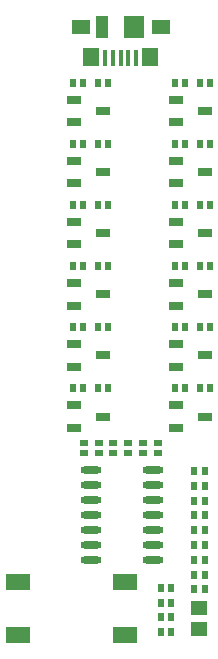
<source format=gtp>
G04*
G04 #@! TF.GenerationSoftware,Altium Limited,Altium Designer,21.3.1 (25)*
G04*
G04 Layer_Color=8421504*
%FSLAX25Y25*%
%MOIN*%
G70*
G04*
G04 #@! TF.SameCoordinates,0F46E8F8-C812-4C73-86AE-EEEB37A8DDC9*
G04*
G04*
G04 #@! TF.FilePolarity,Positive*
G04*
G01*
G75*
%ADD23R,0.02362X0.02559*%
%ADD24R,0.04921X0.02756*%
%ADD25R,0.02559X0.02362*%
%ADD26R,0.05787X0.04567*%
%ADD27R,0.01772X0.05433*%
%ADD28R,0.05610X0.06102*%
%ADD29R,0.03937X0.07480*%
%ADD30R,0.07087X0.07480*%
%ADD31R,0.06496X0.05118*%
%ADD32O,0.07087X0.02362*%
%ADD33R,0.08268X0.05512*%
D23*
X64173Y87106D02*
D03*
X60827D02*
D03*
X69193Y87106D02*
D03*
X72539D02*
D03*
X30217Y87106D02*
D03*
X26870D02*
D03*
X35236Y87106D02*
D03*
X38583D02*
D03*
X30217Y107480D02*
D03*
X26870D02*
D03*
X35236Y107480D02*
D03*
X38583D02*
D03*
X64173Y107480D02*
D03*
X60827D02*
D03*
X69193Y107480D02*
D03*
X72539D02*
D03*
X64173Y188976D02*
D03*
X60827D02*
D03*
X69193Y188976D02*
D03*
X72539D02*
D03*
X30217Y168602D02*
D03*
X26870D02*
D03*
X35236Y168602D02*
D03*
X38583D02*
D03*
X64173Y168602D02*
D03*
X60827D02*
D03*
X69193Y168602D02*
D03*
X72539D02*
D03*
X30217Y148228D02*
D03*
X26870D02*
D03*
X35236Y148228D02*
D03*
X38583D02*
D03*
X64173Y148228D02*
D03*
X60827D02*
D03*
X69193Y148228D02*
D03*
X72539D02*
D03*
X30217Y127854D02*
D03*
X26870D02*
D03*
X35236Y127854D02*
D03*
X38583D02*
D03*
X64173Y127854D02*
D03*
X60827D02*
D03*
X69193Y127854D02*
D03*
X72539D02*
D03*
X38583Y188976D02*
D03*
X35236D02*
D03*
X26870Y188976D02*
D03*
X30217D02*
D03*
X59547Y10827D02*
D03*
X56201D02*
D03*
Y5906D02*
D03*
X59547D02*
D03*
X56201Y15748D02*
D03*
X59547D02*
D03*
Y20669D02*
D03*
X56201D02*
D03*
X67421Y25098D02*
D03*
X70768D02*
D03*
X70768Y30020D02*
D03*
X67421Y30020D02*
D03*
X70768Y20177D02*
D03*
X67421D02*
D03*
X67421Y44783D02*
D03*
X70768D02*
D03*
X70768Y39862D02*
D03*
X67421Y39862D02*
D03*
X70768Y34941D02*
D03*
X67421D02*
D03*
X67421Y49705D02*
D03*
X70768Y49705D02*
D03*
X70768Y54626D02*
D03*
X67421D02*
D03*
X70768Y59547D02*
D03*
X67421D02*
D03*
D24*
X27172Y183366D02*
D03*
Y175886D02*
D03*
X37014Y179626D02*
D03*
X70971Y118504D02*
D03*
X61128Y114764D02*
D03*
Y122244D02*
D03*
X37014Y118504D02*
D03*
X27172Y114764D02*
D03*
Y122244D02*
D03*
X70971Y138878D02*
D03*
X61128Y135138D02*
D03*
Y142618D02*
D03*
X37014Y138878D02*
D03*
X27172Y135138D02*
D03*
Y142618D02*
D03*
X70971Y159252D02*
D03*
X61128Y155512D02*
D03*
Y162992D02*
D03*
X37014Y159252D02*
D03*
X27172Y155512D02*
D03*
Y162992D02*
D03*
X70971Y179626D02*
D03*
X61128Y175886D02*
D03*
Y183366D02*
D03*
X70971Y98130D02*
D03*
X61128Y94390D02*
D03*
Y101870D02*
D03*
X37014Y98130D02*
D03*
X27172Y94390D02*
D03*
Y101870D02*
D03*
X37014Y77756D02*
D03*
X27172Y74016D02*
D03*
Y81496D02*
D03*
X70971Y77756D02*
D03*
X61128Y74016D02*
D03*
Y81496D02*
D03*
D25*
X45276Y68799D02*
D03*
Y65453D02*
D03*
X55118Y65453D02*
D03*
Y68799D02*
D03*
X50197Y68799D02*
D03*
X50197Y65453D02*
D03*
X30512Y65453D02*
D03*
Y68799D02*
D03*
X35433Y68799D02*
D03*
Y65453D02*
D03*
X40354Y68799D02*
D03*
X40354Y65453D02*
D03*
D26*
X68898Y6831D02*
D03*
Y13839D02*
D03*
D27*
X37697Y197106D02*
D03*
X40256Y197106D02*
D03*
X42815Y197106D02*
D03*
X45374Y197106D02*
D03*
X47933Y197106D02*
D03*
D28*
X33022Y197441D02*
D03*
X52608D02*
D03*
D29*
X36713Y207579D02*
D03*
D30*
X47343D02*
D03*
D31*
X29528D02*
D03*
X56102D02*
D03*
D32*
X53543Y29783D02*
D03*
Y34784D02*
D03*
Y39783D02*
D03*
Y44783D02*
D03*
Y49784D02*
D03*
Y54783D02*
D03*
Y59784D02*
D03*
X33071Y29783D02*
D03*
Y34784D02*
D03*
Y39783D02*
D03*
Y44783D02*
D03*
Y49784D02*
D03*
Y54783D02*
D03*
Y59784D02*
D03*
D33*
X44291Y22638D02*
D03*
X8465D02*
D03*
X44291Y4921D02*
D03*
X8465Y4921D02*
D03*
M02*

</source>
